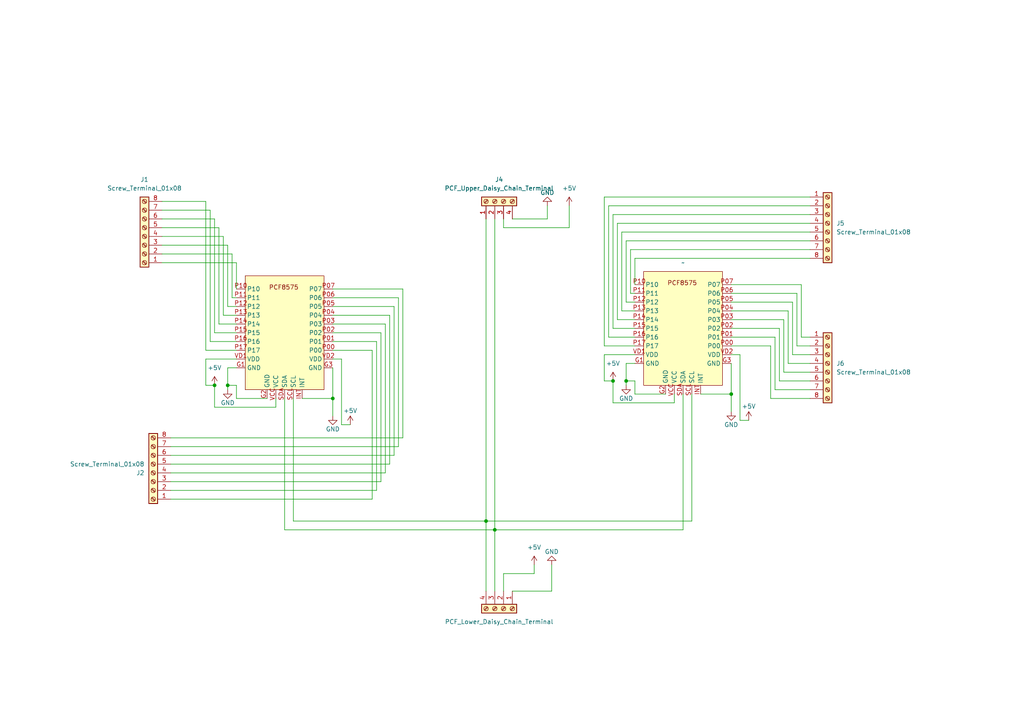
<source format=kicad_sch>
(kicad_sch (version 20250114) (generator "eeschema") (generator_version "9.0")
  (paper "A4")
  (lib_symbols
    (symbol "Connector:Screw_Terminal_01x04" (pin_names (offset 1.016) (hide yes))
      (property "Reference" "J" (at 0 5.08 0))
      (property "Value" "Screw_Terminal_01x04" (at 0 -7.62 0))
      (symbol "Screw_Terminal_01x04_1_1"
        (rectangle (start -1.27 3.81) (end 1.27 -6.35) (stroke (width 0.254)) (fill (type background)))
        (polyline (pts (xy -0.5334 2.8702) (xy 0.3302 2.032)) (stroke (width 0.1524)))
        (polyline (pts (xy -0.5334 0.3302) (xy 0.3302 -0.508)) (stroke (width 0.1524)))
        (polyline (pts (xy -0.5334 -2.2098) (xy 0.3302 -3.048)) (stroke (width 0.1524)))
        (polyline (pts (xy -0.5334 -4.7498) (xy 0.3302 -5.588)) (stroke (width 0.1524)))
        (polyline (pts (xy -0.3556 3.048) (xy 0.508 2.2098)) (stroke (width 0.1524)))
        (polyline (pts (xy -0.3556 0.508) (xy 0.508 -0.3302)) (stroke (width 0.1524)))
        (polyline (pts (xy -0.3556 -2.032) (xy 0.508 -2.8702)) (stroke (width 0.1524)))
        (polyline (pts (xy -0.3556 -4.572) (xy 0.508 -5.4102)) (stroke (width 0.1524)))
        (circle (center 0 2.54) (radius 0.635) (stroke (width 0.1524)))
        (circle (center 0 0) (radius 0.635) (stroke (width 0.1524)))
        (circle (center 0 -2.54) (radius 0.635) (stroke (width 0.1524)))
        (circle (center 0 -5.08) (radius 0.635) (stroke (width 0.1524)))
        (pin passive line (at -5.08 2.54 0) (length 3.81) (name "Pin_1") (number "1"))
        (pin passive line (at -5.08 0 0) (length 3.81) (name "Pin_2") (number "2"))
        (pin passive line (at -5.08 -2.54 0) (length 3.81) (name "Pin_3") (number "3"))
        (pin passive line (at -5.08 -5.08 0) (length 3.81) (name "Pin_4") (number "4"))
      )
    )
    (symbol "Connector:Screw_Terminal_01x08" (pin_names (offset 1.016) (hide yes))
      (property "Reference" "J" (at 0 10.16 0))
      (property "Value" "Screw_Terminal_01x08" (at 0 -12.7 0))
      (symbol "Screw_Terminal_01x08_1_1"
        (rectangle (start -1.27 8.89) (end 1.27 -11.43) (stroke (width 0.254)) (fill (type background)))
        (polyline (pts (xy -0.5334 7.9502) (xy 0.3302 7.112)) (stroke (width 0.1524)))
        (polyline (pts (xy -0.5334 5.4102) (xy 0.3302 4.572)) (stroke (width 0.1524)))
        (polyline (pts (xy -0.5334 2.8702) (xy 0.3302 2.032)) (stroke (width 0.1524)))
        (polyline (pts (xy -0.5334 0.3302) (xy 0.3302 -0.508)) (stroke (width 0.1524)))
        (polyline (pts (xy -0.5334 -2.2098) (xy 0.3302 -3.048)) (stroke (width 0.1524)))
        (polyline (pts (xy -0.5334 -4.7498) (xy 0.3302 -5.588)) (stroke (width 0.1524)))
        (polyline (pts (xy -0.5334 -7.2898) (xy 0.3302 -8.128)) (stroke (width 0.1524)))
        (polyline (pts (xy -0.5334 -9.8298) (xy 0.3302 -10.668)) (stroke (width 0.1524)))
        (polyline (pts (xy -0.3556 8.128) (xy 0.508 7.2898)) (stroke (width 0.1524)))
        (polyline (pts (xy -0.3556 5.588) (xy 0.508 4.7498)) (stroke (width 0.1524)))
        (polyline (pts (xy -0.3556 3.048) (xy 0.508 2.2098)) (stroke (width 0.1524)))
        (polyline (pts (xy -0.3556 0.508) (xy 0.508 -0.3302)) (stroke (width 0.1524)))
        (polyline (pts (xy -0.3556 -2.032) (xy 0.508 -2.8702)) (stroke (width 0.1524)))
        (polyline (pts (xy -0.3556 -4.572) (xy 0.508 -5.4102)) (stroke (width 0.1524)))
        (polyline (pts (xy -0.3556 -7.112) (xy 0.508 -7.9502)) (stroke (width 0.1524)))
        (polyline (pts (xy -0.3556 -9.652) (xy 0.508 -10.4902)) (stroke (width 0.1524)))
        (circle (center 0 7.62) (radius 0.635) (stroke (width 0.1524)))
        (circle (center 0 5.08) (radius 0.635) (stroke (width 0.1524)))
        (circle (center 0 2.54) (radius 0.635) (stroke (width 0.1524)))
        (circle (center 0 0) (radius 0.635) (stroke (width 0.1524)))
        (circle (center 0 -2.54) (radius 0.635) (stroke (width 0.1524)))
        (circle (center 0 -5.08) (radius 0.635) (stroke (width 0.1524)))
        (circle (center 0 -7.62) (radius 0.635) (stroke (width 0.1524)))
        (circle (center 0 -10.16) (radius 0.635) (stroke (width 0.1524)))
        (pin passive line (at -5.08 7.62 0) (length 3.81) (name "Pin_1") (number "1"))
        (pin passive line (at -5.08 5.08 0) (length 3.81) (name "Pin_2") (number "2"))
        (pin passive line (at -5.08 2.54 0) (length 3.81) (name "Pin_3") (number "3"))
        (pin passive line (at -5.08 0 0) (length 3.81) (name "Pin_4") (number "4"))
        (pin passive line (at -5.08 -2.54 0) (length 3.81) (name "Pin_5") (number "5"))
        (pin passive line (at -5.08 -5.08 0) (length 3.81) (name "Pin_6") (number "6"))
        (pin passive line (at -5.08 -7.62 0) (length 3.81) (name "Pin_7") (number "7"))
        (pin passive line (at -5.08 -10.16 0) (length 3.81) (name "Pin_8") (number "8"))
      )
    )
    (symbol "MyCustomSymbolLibrary:PCF8575_Breakout"
      (symbol "PCF8575_Breakout_1_1"
        (rectangle (start -11.43 13.97) (end 11.43 -19.05) (fill (type background)))
        (text "PCF8575" (at -0.254 10.668 0) (effects (font (size 1.27 1.27))))
        (pin bidirectional line (at -13.97 10.16 0) (length 2.54) (name "P10") (number "P10"))
        (pin bidirectional line (at -13.97 7.62 0) (length 2.54) (name "P11") (number "P11"))
        (pin bidirectional line (at -13.97 5.08 0) (length 2.54) (name "P12") (number "P12"))
        (pin bidirectional line (at -13.97 2.54 0) (length 2.54) (name "P13") (number "P13"))
        (pin bidirectional line (at -13.97 0 0) (length 2.54) (name "P14") (number "P14"))
        (pin bidirectional line (at -13.97 -2.54 0) (length 2.54) (name "P15") (number "P15"))
        (pin bidirectional line (at -13.97 -5.08 0) (length 2.54) (name "P16") (number "P16"))
        (pin bidirectional line (at -13.97 -7.62 0) (length 2.54) (name "P17") (number "P17"))
        (pin power_in line (at -13.97 -10.16 0) (length 2.54) (name "VDD") (number "VD1"))
        (pin power_in line (at -13.97 -12.7 0) (length 2.54) (name "GND") (number "G1"))
        (pin power_in line (at -5.08 -21.59 90) (length 2.54) (name "GND") (number "G2"))
        (pin power_in line (at -2.54 -21.59 90) (length 2.54) (name "VCC") (number "VCC"))
        (pin bidirectional line (at 0 -21.59 90) (length 2.54) (name "SDA") (number "SDA"))
        (pin bidirectional line (at 2.54 -21.59 90) (length 2.54) (name "SCL") (number "SCL"))
        (pin bidirectional line (at 5.08 -21.59 90) (length 2.54) (name "INT") (number "INT"))
        (pin bidirectional line (at 13.97 10.16 180) (length 2.54) (name "P07") (number "P07"))
        (pin bidirectional line (at 13.97 7.62 180) (length 2.54) (name "P06") (number "P06"))
        (pin bidirectional line (at 13.97 5.08 180) (length 2.54) (name "P05") (number "P05"))
        (pin bidirectional line (at 13.97 2.54 180) (length 2.54) (name "P04") (number "P04"))
        (pin bidirectional line (at 13.97 0 180) (length 2.54) (name "P03") (number "P03"))
        (pin bidirectional line (at 13.97 -2.54 180) (length 2.54) (name "P02") (number "P02"))
        (pin bidirectional line (at 13.97 -5.08 180) (length 2.54) (name "P01") (number "P01"))
        (pin bidirectional line (at 13.97 -7.62 180) (length 2.54) (name "P00") (number "P00"))
        (pin power_in line (at 13.97 -10.16 180) (length 2.54) (name "VDD") (number "VD2"))
        (pin power_in line (at 13.97 -12.7 180) (length 2.54) (name "GND") (number "G3"))
      )
    )
    (symbol "PCM_SparkFun-PowerSymbol:GND" (power) (pin_names (offset 0))
      (property "Value" "GND" (at 0 -3.81 0))
      (symbol "GND_0_1"
        (polyline (pts (xy 0 0) (xy 0 -1.27) (xy 1.27 -1.27) (xy 0 -2.54) (xy -1.27 -1.27) (xy 0 -1.27)))
      )
      (symbol "GND_1_1"
        (pin power_in line (at 0 0 270) (length 0) (hide yes) (name "GND") (number "1"))
      )
    )
    (symbol "power:+5V" (power) (pin_numbers (hide yes)) (pin_names (offset 0) (hide yes))
      (property "Value" "+5V" (at 0 3.556 0))
      (symbol "+5V_0_1"
        (polyline (pts (xy -0.762 1.27) (xy 0 2.54)))
        (polyline (pts (xy 0 2.54) (xy 0.762 1.27)))
        (polyline (pts (xy 0 0) (xy 0 2.54)))
      )
      (symbol "+5V_1_1"
        (pin power_in line (at 0 0 90) (length 0) (name "~") (number "1"))
      )
    )
  )
  (junction (at 212.09 114.3))
  (junction (at 181.61 110.49))
  (junction (at 62.23 111.76))
  (junction (at 143.51 153.67))
  (junction (at 66.04 111.76))
  (junction (at 140.97 151.13))
  (junction (at 177.8 110.49))
  (junction (at 96.52 115.57))
  (wire (pts (xy 212.09 87.63) (xy 229.87 87.63)))
  (wire (pts (xy 234.95 62.23) (xy 177.8 62.23)))
  (wire (pts (xy 66.04 71.12) (xy 66.04 88.9)))
  (wire (pts (xy 231.14 100.33) (xy 234.95 100.33)))
  (wire (pts (xy 82.55 115.57) (xy 82.55 153.67)))
  (wire (pts (xy 229.87 102.87) (xy 234.95 102.87)))
  (wire (pts (xy 212.09 97.79) (xy 224.79 97.79)))
  (wire (pts (xy 59.69 58.42) (xy 59.69 101.6)))
  (wire (pts (xy 181.61 105.41) (xy 181.61 110.49)))
  (wire (pts (xy 224.79 113.03) (xy 234.95 113.03)))
  (wire (pts (xy 212.09 85.09) (xy 231.14 85.09)))
  (wire (pts (xy 212.09 102.87) (xy 214.63 102.87)))
  (wire (pts (xy 181.61 110.49) (xy 181.61 111.76)))
  (wire (pts (xy 223.52 100.33) (xy 223.52 115.57)))
  (wire (pts (xy 212.09 82.55) (xy 232.41 82.55)))
  (wire (pts (xy 46.99 76.2) (xy 68.58 76.2)))
  (wire (pts (xy 226.06 110.49) (xy 234.95 110.49)))
  (wire (pts (xy 49.53 134.62) (xy 113.03 134.62)))
  (wire (pts (xy 46.99 71.12) (xy 66.04 71.12)))
  (wire (pts (xy 66.04 88.9) (xy 68.58 88.9)))
  (wire (pts (xy 62.23 96.52) (xy 68.58 96.52)))
  (wire (pts (xy 96.52 93.98) (xy 111.76 93.98)))
  (wire (pts (xy 68.58 86.36) (xy 67.31 86.36)))
  (wire (pts (xy 46.99 73.66) (xy 67.31 73.66)))
  (wire (pts (xy 96.52 88.9) (xy 114.3 88.9)))
  (wire (pts (xy 143.51 153.67) (xy 143.51 171.45)))
  (wire (pts (xy 96.52 96.52) (xy 110.49 96.52)))
  (wire (pts (xy 140.97 151.13) (xy 200.66 151.13)))
  (wire (pts (xy 212.09 95.25) (xy 226.06 95.25)))
  (wire (pts (xy 195.58 114.3) (xy 195.58 116.84)))
  (wire (pts (xy 85.09 115.57) (xy 85.09 151.13)))
  (wire (pts (xy 96.52 86.36) (xy 115.57 86.36)))
  (wire (pts (xy 80.01 118.11) (xy 62.23 118.11)))
  (wire (pts (xy 195.58 116.84) (xy 177.8 116.84)))
  (wire (pts (xy 49.53 137.16) (xy 111.76 137.16)))
  (wire (pts (xy 184.15 82.55) (xy 184.15 74.93)))
  (wire (pts (xy 176.53 59.69) (xy 176.53 97.79)))
  (wire (pts (xy 226.06 95.25) (xy 226.06 110.49)))
  (wire (pts (xy 63.5 93.98) (xy 68.58 93.98)))
  (wire (pts (xy 212.09 92.71) (xy 227.33 92.71)))
  (wire (pts (xy 234.95 69.85) (xy 181.61 69.85)))
  (wire (pts (xy 154.94 163.83) (xy 154.94 166.37)))
  (wire (pts (xy 229.87 87.63) (xy 229.87 102.87)))
  (wire (pts (xy 227.33 107.95) (xy 234.95 107.95)))
  (wire (pts (xy 66.04 111.76) (xy 66.04 113.03)))
  (wire (pts (xy 116.84 83.82) (xy 116.84 127)))
  (wire (pts (xy 49.53 142.24) (xy 109.22 142.24)))
  (wire (pts (xy 228.6 90.17) (xy 228.6 105.41)))
  (wire (pts (xy 200.66 114.3) (xy 200.66 151.13)))
  (wire (pts (xy 212.09 100.33) (xy 223.52 100.33)))
  (wire (pts (xy 109.22 99.06) (xy 109.22 142.24)))
  (wire (pts (xy 177.8 62.23) (xy 177.8 95.25)))
  (wire (pts (xy 113.03 91.44) (xy 113.03 134.62)))
  (wire (pts (xy 60.96 99.06) (xy 68.58 99.06)))
  (wire (pts (xy 99.06 123.19) (xy 101.6 123.19)))
  (wire (pts (xy 63.5 66.04) (xy 63.5 93.98)))
  (wire (pts (xy 234.95 57.15) (xy 175.26 57.15)))
  (wire (pts (xy 181.61 87.63) (xy 184.15 87.63)))
  (wire (pts (xy 175.26 57.15) (xy 175.26 100.33)))
  (wire (pts (xy 64.77 68.58) (xy 64.77 91.44)))
  (wire (pts (xy 49.53 139.7) (xy 110.49 139.7)))
  (wire (pts (xy 67.31 86.36) (xy 67.31 73.66)))
  (wire (pts (xy 181.61 69.85) (xy 181.61 87.63)))
  (wire (pts (xy 143.51 63.5) (xy 143.51 153.67)))
  (wire (pts (xy 146.05 66.04) (xy 165.1 66.04)))
  (wire (pts (xy 179.07 64.77) (xy 179.07 92.71)))
  (wire (pts (xy 234.95 59.69) (xy 176.53 59.69)))
  (wire (pts (xy 99.06 104.14) (xy 99.06 123.19)))
  (wire (pts (xy 228.6 105.41) (xy 234.95 105.41)))
  (wire (pts (xy 223.52 115.57) (xy 234.95 115.57)))
  (wire (pts (xy 224.79 97.79) (xy 224.79 113.03)))
  (wire (pts (xy 176.53 97.79) (xy 184.15 97.79)))
  (wire (pts (xy 193.04 114.3) (xy 184.15 114.3)))
  (wire (pts (xy 62.23 111.76) (xy 59.69 111.76)))
  (wire (pts (xy 148.59 171.45) (xy 160.02 171.45)))
  (wire (pts (xy 46.99 63.5) (xy 62.23 63.5)))
  (wire (pts (xy 85.09 151.13) (xy 140.97 151.13)))
  (wire (pts (xy 49.53 132.08) (xy 114.3 132.08)))
  (wire (pts (xy 46.99 68.58) (xy 64.77 68.58)))
  (wire (pts (xy 212.09 114.3) (xy 212.09 119.38)))
  (wire (pts (xy 179.07 92.71) (xy 184.15 92.71)))
  (wire (pts (xy 212.09 90.17) (xy 228.6 90.17)))
  (wire (pts (xy 87.63 115.57) (xy 96.52 115.57)))
  (wire (pts (xy 96.52 101.6) (xy 107.95 101.6)))
  (wire (pts (xy 165.1 66.04) (xy 165.1 59.69)))
  (wire (pts (xy 175.26 110.49) (xy 175.26 102.87)))
  (wire (pts (xy 49.53 127) (xy 116.84 127)))
  (wire (pts (xy 180.34 67.31) (xy 180.34 90.17)))
  (wire (pts (xy 115.57 86.36) (xy 115.57 129.54)))
  (wire (pts (xy 62.23 63.5) (xy 62.23 96.52)))
  (wire (pts (xy 177.8 110.49) (xy 175.26 110.49)))
  (wire (pts (xy 82.55 153.67) (xy 143.51 153.67)))
  (wire (pts (xy 146.05 63.5) (xy 146.05 66.04)))
  (wire (pts (xy 64.77 91.44) (xy 68.58 91.44)))
  (wire (pts (xy 212.09 105.41) (xy 212.09 114.3)))
  (wire (pts (xy 96.52 115.57) (xy 96.52 120.65)))
  (wire (pts (xy 49.53 144.78) (xy 107.95 144.78)))
  (wire (pts (xy 107.95 101.6) (xy 107.95 144.78)))
  (wire (pts (xy 46.99 58.42) (xy 59.69 58.42)))
  (wire (pts (xy 114.3 88.9) (xy 114.3 132.08)))
  (wire (pts (xy 96.52 106.68) (xy 96.52 115.57)))
  (wire (pts (xy 214.63 102.87) (xy 214.63 121.92)))
  (wire (pts (xy 66.04 106.68) (xy 66.04 111.76)))
  (wire (pts (xy 184.15 85.09) (xy 182.88 85.09)))
  (wire (pts (xy 177.8 116.84) (xy 177.8 110.49)))
  (wire (pts (xy 175.26 100.33) (xy 184.15 100.33)))
  (wire (pts (xy 203.2 114.3) (xy 212.09 114.3)))
  (wire (pts (xy 184.15 74.93) (xy 234.95 74.93)))
  (wire (pts (xy 146.05 166.37) (xy 146.05 171.45)))
  (wire (pts (xy 80.01 115.57) (xy 80.01 118.11)))
  (wire (pts (xy 148.59 63.5) (xy 158.75 63.5)))
  (wire (pts (xy 158.75 63.5) (xy 158.75 59.69)))
  (wire (pts (xy 182.88 72.39) (xy 234.95 72.39)))
  (wire (pts (xy 59.69 101.6) (xy 68.58 101.6)))
  (wire (pts (xy 227.33 92.71) (xy 227.33 107.95)))
  (wire (pts (xy 175.26 102.87) (xy 184.15 102.87)))
  (wire (pts (xy 46.99 66.04) (xy 63.5 66.04)))
  (wire (pts (xy 96.52 99.06) (xy 109.22 99.06)))
  (wire (pts (xy 62.23 118.11) (xy 62.23 111.76)))
  (wire (pts (xy 160.02 163.83) (xy 160.02 171.45)))
  (wire (pts (xy 182.88 85.09) (xy 182.88 72.39)))
  (wire (pts (xy 68.58 115.57) (xy 68.58 111.76)))
  (wire (pts (xy 111.76 93.98) (xy 111.76 137.16)))
  (wire (pts (xy 60.96 60.96) (xy 60.96 99.06)))
  (wire (pts (xy 49.53 129.54) (xy 115.57 129.54)))
  (wire (pts (xy 68.58 83.82) (xy 68.58 76.2)))
  (wire (pts (xy 68.58 111.76) (xy 66.04 111.76)))
  (wire (pts (xy 140.97 63.5) (xy 140.97 151.13)))
  (wire (pts (xy 231.14 85.09) (xy 231.14 100.33)))
  (wire (pts (xy 180.34 90.17) (xy 184.15 90.17)))
  (wire (pts (xy 232.41 97.79) (xy 234.95 97.79)))
  (wire (pts (xy 232.41 82.55) (xy 232.41 97.79)))
  (wire (pts (xy 96.52 104.14) (xy 99.06 104.14)))
  (wire (pts (xy 184.15 105.41) (xy 181.61 105.41)))
  (wire (pts (xy 77.47 115.57) (xy 68.58 115.57)))
  (wire (pts (xy 154.94 166.37) (xy 146.05 166.37)))
  (wire (pts (xy 143.51 153.67) (xy 198.12 153.67)))
  (wire (pts (xy 184.15 114.3) (xy 184.15 110.49)))
  (wire (pts (xy 59.69 104.14) (xy 68.58 104.14)))
  (wire (pts (xy 177.8 95.25) (xy 184.15 95.25)))
  (wire (pts (xy 59.69 111.76) (xy 59.69 104.14)))
  (wire (pts (xy 140.97 151.13) (xy 140.97 171.45)))
  (wire (pts (xy 234.95 64.77) (xy 179.07 64.77)))
  (wire (pts (xy 46.99 60.96) (xy 60.96 60.96)))
  (wire (pts (xy 110.49 96.52) (xy 110.49 139.7)))
  (wire (pts (xy 214.63 121.92) (xy 217.17 121.92)))
  (wire (pts (xy 184.15 110.49) (xy 181.61 110.49)))
  (wire (pts (xy 96.52 91.44) (xy 113.03 91.44)))
  (wire (pts (xy 234.95 67.31) (xy 180.34 67.31)))
  (wire (pts (xy 96.52 83.82) (xy 116.84 83.82)))
  (wire (pts (xy 198.12 114.3) (xy 198.12 153.67)))
  (wire (pts (xy 68.58 106.68) (xy 66.04 106.68)))
  (symbol (lib_id "Connector:Screw_Terminal_01x08") (at 44.45 137.16 180) (unit 1)
    (property "Reference" "J2" (at 41.91 137.1601 0) (effects (justify left)))
    (property "Value" "Screw_Terminal_01x08" (at 41.91 134.6201 0) (effects (justify left)))
    (property "Footprint" "MyCustomSymbolLibrary:ScrewTerminal_2,5_8-G-5,08_1x08_P5.08mm_Vertical" (effects (hide yes)))
    (property "Description" "Generic screw terminal, single row, 01x08, script generated (kicad-library-utils/schlib/autogen/connector/)" (effects (hide yes)))
  )
  (symbol (lib_id "MyCustomSymbolLibrary:PCF8575_Breakout") (at 198.12 92.71 0) (unit 1)
    (property "Reference" "U3" (effects (hide yes)))
    (property "Value" "~" (at 198.12 76.2 0))
    (property "Footprint" "MyCustomSymbolLibrary:PCF8575_Breakout" (effects (hide yes)))
  )
  (symbol (lib_id "Connector:Screw_Terminal_01x08") (at 41.91 68.58 180) (unit 1)
    (property "Reference" "J1" (at 41.91 52.07 0))
    (property "Value" "Screw_Terminal_01x08" (at 41.91 54.61 0))
    (property "Footprint" "MyCustomSymbolLibrary:ScrewTerminal_2,5_8-G-5,08_1x08_P5.08mm_Vertical" (effects (hide yes)))
    (property "Description" "Generic screw terminal, single row, 01x08, script generated (kicad-library-utils/schlib/autogen/connector/)" (effects (hide yes)))
  )
  (symbol (lib_id "PCM_SparkFun-PowerSymbol:GND") (at 158.75 59.69 180) (unit 1)
    (property "Reference" "#PWR07" (effects (hide yes)))
    (property "Value" "GND" (at 158.75 55.88 0))
    (property "Description" "Power symbol creates a global label with name \"GND\" , ground" (effects (hide yes)))
  )
  (symbol (lib_id "PCM_SparkFun-PowerSymbol:GND") (at 181.61 111.76 0) (unit 1)
    (property "Reference" "#PWR08" (effects (hide yes)))
    (property "Value" "GND" (at 181.61 115.57 0))
    (property "Description" "Power symbol creates a global label with name \"GND\" , ground" (effects (hide yes)))
  )
  (symbol (lib_id "Connector:Screw_Terminal_01x08") (at 240.03 105.41 0) (unit 1)
    (property "Reference" "J6" (at 242.57 105.4099 0) (effects (justify left)))
    (property "Value" "Screw_Terminal_01x08" (at 242.57 107.9499 0) (effects (justify left)))
    (property "Footprint" "MyCustomSymbolLibrary:ScrewTerminal_2,5_8-G-5,08_1x08_P5.08mm_Vertical" (effects (hide yes)))
    (property "Description" "Generic screw terminal, single row, 01x08, script generated (kicad-library-utils/schlib/autogen/connector/)" (effects (hide yes)))
  )
  (symbol (lib_id "power:+5V") (at 154.94 163.83 0) (unit 1)
    (property "Reference" "#PWR013" (effects (hide yes)))
    (property "Value" "+5V" (at 154.94 158.75 0))
    (property "Description" "Power symbol creates a global label with name \"+5V\"" (effects (hide yes)))
  )
  (symbol (lib_id "MyCustomSymbolLibrary:PCF8575_Breakout") (at 82.55 93.98 0) (unit 1)
    (property "Reference" "U1" (effects (hide yes)))
    (property "Footprint" "MyCustomSymbolLibrary:PCF8575_Breakout" (effects (hide yes)))
  )
  (symbol (lib_id "Connector:Screw_Terminal_01x04") (at 146.05 176.53 270) (unit 1)
    (property "Reference" "J8" (effects (hide yes)))
    (property "Value" "PCF_Lower_Daisy_Chain_Terminal" (at 144.78 180.34 90))
    (property "Footprint" "MyCustomSymbolLibrary:ScrewTerminal_2,5_4-G-5,08_1x04_P5.08mm_Vertical" (effects (hide yes)))
    (property "Description" "Generic screw terminal, single row, 01x04, script generated (kicad-library-utils/schlib/autogen/connector/)" (effects (hide yes)))
  )
  (symbol (lib_id "PCM_SparkFun-PowerSymbol:GND") (at 66.04 113.03 0) (unit 1)
    (property "Reference" "#PWR02" (effects (hide yes)))
    (property "Value" "GND" (at 66.04 116.84 0))
    (property "Description" "Power symbol creates a global label with name \"GND\" , ground" (effects (hide yes)))
  )
  (symbol (lib_id "power:+5V") (at 165.1 59.69 0) (unit 1)
    (property "Reference" "#PWR06" (effects (hide yes)))
    (property "Value" "+5V" (at 165.1 54.61 0))
    (property "Description" "Power symbol creates a global label with name \"+5V\"" (effects (hide yes)))
  )
  (symbol (lib_id "PCM_SparkFun-PowerSymbol:GND") (at 212.09 119.38 0) (unit 1)
    (property "Reference" "#PWR011" (effects (hide yes)))
    (property "Value" "GND" (at 212.09 123.19 0))
    (property "Description" "Power symbol creates a global label with name \"GND\" , ground" (effects (hide yes)))
  )
  (symbol (lib_id "PCM_SparkFun-PowerSymbol:GND") (at 160.02 163.83 180) (unit 1)
    (property "Reference" "#PWR012" (effects (hide yes)))
    (property "Value" "GND" (at 160.02 160.02 0))
    (property "Description" "Power symbol creates a global label with name \"GND\" , ground" (effects (hide yes)))
  )
  (symbol (lib_id "PCM_SparkFun-PowerSymbol:GND") (at 96.52 120.65 0) (unit 1)
    (property "Reference" "#PWR03" (effects (hide yes)))
    (property "Value" "GND" (at 96.52 124.46 0))
    (property "Description" "Power symbol creates a global label with name \"GND\" , ground" (effects (hide yes)))
  )
  (symbol (lib_id "Connector:Screw_Terminal_01x08") (at 240.03 64.77 0) (unit 1)
    (property "Reference" "J5" (at 242.57 64.7699 0) (effects (justify left)))
    (property "Value" "Screw_Terminal_01x08" (at 242.57 67.3099 0) (effects (justify left)))
    (property "Footprint" "MyCustomSymbolLibrary:ScrewTerminal_2,5_8-G-5,08_1x08_P5.08mm_Vertical" (effects (hide yes)))
    (property "Description" "Generic screw terminal, single row, 01x08, script generated (kicad-library-utils/schlib/autogen/connector/)" (effects (hide yes)))
  )
  (symbol (lib_id "power:+5V") (at 217.17 121.92 0) (unit 1)
    (property "Reference" "#PWR010" (effects (hide yes)))
    (property "Value" "+5V" (at 217.17 117.856 0))
    (property "Description" "Power symbol creates a global label with name \"+5V\"" (effects (hide yes)))
  )
  (symbol (lib_id "Connector:Screw_Terminal_01x04") (at 143.51 58.42 90) (unit 1)
    (property "Reference" "J4" (at 144.78 52.07 90))
    (property "Value" "PCF_Upper_Daisy_Chain_Terminal" (at 144.78 54.61 90))
    (property "Footprint" "MyCustomSymbolLibrary:ScrewTerminal_2,5_4-G-5,08_1x04_P5.08mm_Vertical" (effects (hide yes)))
    (property "Description" "Generic screw terminal, single row, 01x04, script generated (kicad-library-utils/schlib/autogen/connector/)" (effects (hide yes)))
  )
  (symbol (lib_id "power:+5V") (at 62.23 111.76 0) (unit 1)
    (property "Reference" "#PWR01" (effects (hide yes)))
    (property "Value" "+5V" (at 62.23 106.68 0))
    (property "Description" "Power symbol creates a global label with name \"+5V\"" (effects (hide yes)))
  )
  (symbol (lib_id "power:+5V") (at 177.8 110.49 0) (unit 1)
    (property "Reference" "#PWR09" (effects (hide yes)))
    (property "Value" "+5V" (at 177.8 105.41 0))
    (property "Description" "Power symbol creates a global label with name \"+5V\"" (effects (hide yes)))
  )
  (symbol (lib_id "power:+5V") (at 101.6 123.19 0) (unit 1)
    (property "Reference" "#PWR04" (effects (hide yes)))
    (property "Value" "+5V" (at 101.6 119.126 0))
    (property "Description" "Power symbol creates a global label with name \"+5V\"" (effects (hide yes)))
  )
)
</source>
